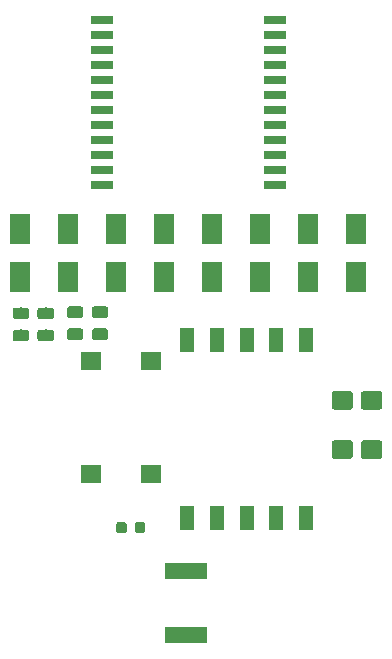
<source format=gbr>
G04 #@! TF.GenerationSoftware,KiCad,Pcbnew,(5.1.4-0-10_14)*
G04 #@! TF.CreationDate,2019-09-18T11:49:10-05:00*
G04 #@! TF.ProjectId,poePoweredDevice-PD,706f6550-6f77-4657-9265-644465766963,rev?*
G04 #@! TF.SameCoordinates,Original*
G04 #@! TF.FileFunction,Paste,Top*
G04 #@! TF.FilePolarity,Positive*
%FSLAX46Y46*%
G04 Gerber Fmt 4.6, Leading zero omitted, Abs format (unit mm)*
G04 Created by KiCad (PCBNEW (5.1.4-0-10_14)) date 2019-09-18 11:49:10*
%MOMM*%
%LPD*%
G04 APERTURE LIST*
%ADD10R,1.780000X1.520000*%
%ADD11R,1.270000X2.030000*%
%ADD12R,3.560000X1.400000*%
%ADD13C,0.100000*%
%ADD14C,1.575000*%
%ADD15C,0.975000*%
%ADD16R,1.800000X2.500000*%
%ADD17C,0.875000*%
%ADD18R,1.905000X0.760000*%
G04 APERTURE END LIST*
D10*
X171094400Y-125577600D03*
X166014400Y-125577600D03*
X166014400Y-116017600D03*
X171094400Y-116017600D03*
D11*
X174200000Y-114300000D03*
X176700000Y-114300000D03*
X179200000Y-114300000D03*
X181700000Y-114300000D03*
X184200000Y-114300000D03*
X174200000Y-129300000D03*
X176700000Y-129300000D03*
X179200000Y-129300000D03*
X181700000Y-129300000D03*
X184200000Y-129300000D03*
D12*
X174100000Y-139248000D03*
X174100000Y-133788000D03*
D13*
G36*
X187974105Y-122764004D02*
G01*
X187998373Y-122767604D01*
X188022172Y-122773565D01*
X188045271Y-122781830D01*
X188067450Y-122792320D01*
X188088493Y-122804932D01*
X188108199Y-122819547D01*
X188126377Y-122836023D01*
X188142853Y-122854201D01*
X188157468Y-122873907D01*
X188170080Y-122894950D01*
X188180570Y-122917129D01*
X188188835Y-122940228D01*
X188194796Y-122964027D01*
X188198396Y-122988295D01*
X188199600Y-123012799D01*
X188199600Y-124087801D01*
X188198396Y-124112305D01*
X188194796Y-124136573D01*
X188188835Y-124160372D01*
X188180570Y-124183471D01*
X188170080Y-124205650D01*
X188157468Y-124226693D01*
X188142853Y-124246399D01*
X188126377Y-124264577D01*
X188108199Y-124281053D01*
X188088493Y-124295668D01*
X188067450Y-124308280D01*
X188045271Y-124318770D01*
X188022172Y-124327035D01*
X187998373Y-124332996D01*
X187974105Y-124336596D01*
X187949601Y-124337800D01*
X186649599Y-124337800D01*
X186625095Y-124336596D01*
X186600827Y-124332996D01*
X186577028Y-124327035D01*
X186553929Y-124318770D01*
X186531750Y-124308280D01*
X186510707Y-124295668D01*
X186491001Y-124281053D01*
X186472823Y-124264577D01*
X186456347Y-124246399D01*
X186441732Y-124226693D01*
X186429120Y-124205650D01*
X186418630Y-124183471D01*
X186410365Y-124160372D01*
X186404404Y-124136573D01*
X186400804Y-124112305D01*
X186399600Y-124087801D01*
X186399600Y-123012799D01*
X186400804Y-122988295D01*
X186404404Y-122964027D01*
X186410365Y-122940228D01*
X186418630Y-122917129D01*
X186429120Y-122894950D01*
X186441732Y-122873907D01*
X186456347Y-122854201D01*
X186472823Y-122836023D01*
X186491001Y-122819547D01*
X186510707Y-122804932D01*
X186531750Y-122792320D01*
X186553929Y-122781830D01*
X186577028Y-122773565D01*
X186600827Y-122767604D01*
X186625095Y-122764004D01*
X186649599Y-122762800D01*
X187949601Y-122762800D01*
X187974105Y-122764004D01*
X187974105Y-122764004D01*
G37*
D14*
X187299600Y-123550300D03*
D13*
G36*
X187974105Y-118589004D02*
G01*
X187998373Y-118592604D01*
X188022172Y-118598565D01*
X188045271Y-118606830D01*
X188067450Y-118617320D01*
X188088493Y-118629932D01*
X188108199Y-118644547D01*
X188126377Y-118661023D01*
X188142853Y-118679201D01*
X188157468Y-118698907D01*
X188170080Y-118719950D01*
X188180570Y-118742129D01*
X188188835Y-118765228D01*
X188194796Y-118789027D01*
X188198396Y-118813295D01*
X188199600Y-118837799D01*
X188199600Y-119912801D01*
X188198396Y-119937305D01*
X188194796Y-119961573D01*
X188188835Y-119985372D01*
X188180570Y-120008471D01*
X188170080Y-120030650D01*
X188157468Y-120051693D01*
X188142853Y-120071399D01*
X188126377Y-120089577D01*
X188108199Y-120106053D01*
X188088493Y-120120668D01*
X188067450Y-120133280D01*
X188045271Y-120143770D01*
X188022172Y-120152035D01*
X187998373Y-120157996D01*
X187974105Y-120161596D01*
X187949601Y-120162800D01*
X186649599Y-120162800D01*
X186625095Y-120161596D01*
X186600827Y-120157996D01*
X186577028Y-120152035D01*
X186553929Y-120143770D01*
X186531750Y-120133280D01*
X186510707Y-120120668D01*
X186491001Y-120106053D01*
X186472823Y-120089577D01*
X186456347Y-120071399D01*
X186441732Y-120051693D01*
X186429120Y-120030650D01*
X186418630Y-120008471D01*
X186410365Y-119985372D01*
X186404404Y-119961573D01*
X186400804Y-119937305D01*
X186399600Y-119912801D01*
X186399600Y-118837799D01*
X186400804Y-118813295D01*
X186404404Y-118789027D01*
X186410365Y-118765228D01*
X186418630Y-118742129D01*
X186429120Y-118719950D01*
X186441732Y-118698907D01*
X186456347Y-118679201D01*
X186472823Y-118661023D01*
X186491001Y-118644547D01*
X186510707Y-118629932D01*
X186531750Y-118617320D01*
X186553929Y-118606830D01*
X186577028Y-118598565D01*
X186600827Y-118592604D01*
X186625095Y-118589004D01*
X186649599Y-118587800D01*
X187949601Y-118587800D01*
X187974105Y-118589004D01*
X187974105Y-118589004D01*
G37*
D14*
X187299600Y-119375300D03*
D13*
G36*
X190463305Y-118589004D02*
G01*
X190487573Y-118592604D01*
X190511372Y-118598565D01*
X190534471Y-118606830D01*
X190556650Y-118617320D01*
X190577693Y-118629932D01*
X190597399Y-118644547D01*
X190615577Y-118661023D01*
X190632053Y-118679201D01*
X190646668Y-118698907D01*
X190659280Y-118719950D01*
X190669770Y-118742129D01*
X190678035Y-118765228D01*
X190683996Y-118789027D01*
X190687596Y-118813295D01*
X190688800Y-118837799D01*
X190688800Y-119912801D01*
X190687596Y-119937305D01*
X190683996Y-119961573D01*
X190678035Y-119985372D01*
X190669770Y-120008471D01*
X190659280Y-120030650D01*
X190646668Y-120051693D01*
X190632053Y-120071399D01*
X190615577Y-120089577D01*
X190597399Y-120106053D01*
X190577693Y-120120668D01*
X190556650Y-120133280D01*
X190534471Y-120143770D01*
X190511372Y-120152035D01*
X190487573Y-120157996D01*
X190463305Y-120161596D01*
X190438801Y-120162800D01*
X189138799Y-120162800D01*
X189114295Y-120161596D01*
X189090027Y-120157996D01*
X189066228Y-120152035D01*
X189043129Y-120143770D01*
X189020950Y-120133280D01*
X188999907Y-120120668D01*
X188980201Y-120106053D01*
X188962023Y-120089577D01*
X188945547Y-120071399D01*
X188930932Y-120051693D01*
X188918320Y-120030650D01*
X188907830Y-120008471D01*
X188899565Y-119985372D01*
X188893604Y-119961573D01*
X188890004Y-119937305D01*
X188888800Y-119912801D01*
X188888800Y-118837799D01*
X188890004Y-118813295D01*
X188893604Y-118789027D01*
X188899565Y-118765228D01*
X188907830Y-118742129D01*
X188918320Y-118719950D01*
X188930932Y-118698907D01*
X188945547Y-118679201D01*
X188962023Y-118661023D01*
X188980201Y-118644547D01*
X188999907Y-118629932D01*
X189020950Y-118617320D01*
X189043129Y-118606830D01*
X189066228Y-118598565D01*
X189090027Y-118592604D01*
X189114295Y-118589004D01*
X189138799Y-118587800D01*
X190438801Y-118587800D01*
X190463305Y-118589004D01*
X190463305Y-118589004D01*
G37*
D14*
X189788800Y-119375300D03*
D13*
G36*
X190463305Y-122764004D02*
G01*
X190487573Y-122767604D01*
X190511372Y-122773565D01*
X190534471Y-122781830D01*
X190556650Y-122792320D01*
X190577693Y-122804932D01*
X190597399Y-122819547D01*
X190615577Y-122836023D01*
X190632053Y-122854201D01*
X190646668Y-122873907D01*
X190659280Y-122894950D01*
X190669770Y-122917129D01*
X190678035Y-122940228D01*
X190683996Y-122964027D01*
X190687596Y-122988295D01*
X190688800Y-123012799D01*
X190688800Y-124087801D01*
X190687596Y-124112305D01*
X190683996Y-124136573D01*
X190678035Y-124160372D01*
X190669770Y-124183471D01*
X190659280Y-124205650D01*
X190646668Y-124226693D01*
X190632053Y-124246399D01*
X190615577Y-124264577D01*
X190597399Y-124281053D01*
X190577693Y-124295668D01*
X190556650Y-124308280D01*
X190534471Y-124318770D01*
X190511372Y-124327035D01*
X190487573Y-124332996D01*
X190463305Y-124336596D01*
X190438801Y-124337800D01*
X189138799Y-124337800D01*
X189114295Y-124336596D01*
X189090027Y-124332996D01*
X189066228Y-124327035D01*
X189043129Y-124318770D01*
X189020950Y-124308280D01*
X188999907Y-124295668D01*
X188980201Y-124281053D01*
X188962023Y-124264577D01*
X188945547Y-124246399D01*
X188930932Y-124226693D01*
X188918320Y-124205650D01*
X188907830Y-124183471D01*
X188899565Y-124160372D01*
X188893604Y-124136573D01*
X188890004Y-124112305D01*
X188888800Y-124087801D01*
X188888800Y-123012799D01*
X188890004Y-122988295D01*
X188893604Y-122964027D01*
X188899565Y-122940228D01*
X188907830Y-122917129D01*
X188918320Y-122894950D01*
X188930932Y-122873907D01*
X188945547Y-122854201D01*
X188962023Y-122836023D01*
X188980201Y-122819547D01*
X188999907Y-122804932D01*
X189020950Y-122792320D01*
X189043129Y-122781830D01*
X189066228Y-122773565D01*
X189090027Y-122767604D01*
X189114295Y-122764004D01*
X189138799Y-122762800D01*
X190438801Y-122762800D01*
X190463305Y-122764004D01*
X190463305Y-122764004D01*
G37*
D14*
X189788800Y-123550300D03*
D13*
G36*
X160570142Y-113394174D02*
G01*
X160593803Y-113397684D01*
X160617007Y-113403496D01*
X160639529Y-113411554D01*
X160661153Y-113421782D01*
X160681670Y-113434079D01*
X160700883Y-113448329D01*
X160718607Y-113464393D01*
X160734671Y-113482117D01*
X160748921Y-113501330D01*
X160761218Y-113521847D01*
X160771446Y-113543471D01*
X160779504Y-113565993D01*
X160785316Y-113589197D01*
X160788826Y-113612858D01*
X160790000Y-113636750D01*
X160790000Y-114124250D01*
X160788826Y-114148142D01*
X160785316Y-114171803D01*
X160779504Y-114195007D01*
X160771446Y-114217529D01*
X160761218Y-114239153D01*
X160748921Y-114259670D01*
X160734671Y-114278883D01*
X160718607Y-114296607D01*
X160700883Y-114312671D01*
X160681670Y-114326921D01*
X160661153Y-114339218D01*
X160639529Y-114349446D01*
X160617007Y-114357504D01*
X160593803Y-114363316D01*
X160570142Y-114366826D01*
X160546250Y-114368000D01*
X159633750Y-114368000D01*
X159609858Y-114366826D01*
X159586197Y-114363316D01*
X159562993Y-114357504D01*
X159540471Y-114349446D01*
X159518847Y-114339218D01*
X159498330Y-114326921D01*
X159479117Y-114312671D01*
X159461393Y-114296607D01*
X159445329Y-114278883D01*
X159431079Y-114259670D01*
X159418782Y-114239153D01*
X159408554Y-114217529D01*
X159400496Y-114195007D01*
X159394684Y-114171803D01*
X159391174Y-114148142D01*
X159390000Y-114124250D01*
X159390000Y-113636750D01*
X159391174Y-113612858D01*
X159394684Y-113589197D01*
X159400496Y-113565993D01*
X159408554Y-113543471D01*
X159418782Y-113521847D01*
X159431079Y-113501330D01*
X159445329Y-113482117D01*
X159461393Y-113464393D01*
X159479117Y-113448329D01*
X159498330Y-113434079D01*
X159518847Y-113421782D01*
X159540471Y-113411554D01*
X159562993Y-113403496D01*
X159586197Y-113397684D01*
X159609858Y-113394174D01*
X159633750Y-113393000D01*
X160546250Y-113393000D01*
X160570142Y-113394174D01*
X160570142Y-113394174D01*
G37*
D15*
X160090000Y-113880500D03*
D13*
G36*
X160570142Y-111519174D02*
G01*
X160593803Y-111522684D01*
X160617007Y-111528496D01*
X160639529Y-111536554D01*
X160661153Y-111546782D01*
X160681670Y-111559079D01*
X160700883Y-111573329D01*
X160718607Y-111589393D01*
X160734671Y-111607117D01*
X160748921Y-111626330D01*
X160761218Y-111646847D01*
X160771446Y-111668471D01*
X160779504Y-111690993D01*
X160785316Y-111714197D01*
X160788826Y-111737858D01*
X160790000Y-111761750D01*
X160790000Y-112249250D01*
X160788826Y-112273142D01*
X160785316Y-112296803D01*
X160779504Y-112320007D01*
X160771446Y-112342529D01*
X160761218Y-112364153D01*
X160748921Y-112384670D01*
X160734671Y-112403883D01*
X160718607Y-112421607D01*
X160700883Y-112437671D01*
X160681670Y-112451921D01*
X160661153Y-112464218D01*
X160639529Y-112474446D01*
X160617007Y-112482504D01*
X160593803Y-112488316D01*
X160570142Y-112491826D01*
X160546250Y-112493000D01*
X159633750Y-112493000D01*
X159609858Y-112491826D01*
X159586197Y-112488316D01*
X159562993Y-112482504D01*
X159540471Y-112474446D01*
X159518847Y-112464218D01*
X159498330Y-112451921D01*
X159479117Y-112437671D01*
X159461393Y-112421607D01*
X159445329Y-112403883D01*
X159431079Y-112384670D01*
X159418782Y-112364153D01*
X159408554Y-112342529D01*
X159400496Y-112320007D01*
X159394684Y-112296803D01*
X159391174Y-112273142D01*
X159390000Y-112249250D01*
X159390000Y-111761750D01*
X159391174Y-111737858D01*
X159394684Y-111714197D01*
X159400496Y-111690993D01*
X159408554Y-111668471D01*
X159418782Y-111646847D01*
X159431079Y-111626330D01*
X159445329Y-111607117D01*
X159461393Y-111589393D01*
X159479117Y-111573329D01*
X159498330Y-111559079D01*
X159518847Y-111546782D01*
X159540471Y-111536554D01*
X159562993Y-111528496D01*
X159586197Y-111522684D01*
X159609858Y-111519174D01*
X159633750Y-111518000D01*
X160546250Y-111518000D01*
X160570142Y-111519174D01*
X160570142Y-111519174D01*
G37*
D15*
X160090000Y-112005500D03*
D13*
G36*
X162670142Y-113394174D02*
G01*
X162693803Y-113397684D01*
X162717007Y-113403496D01*
X162739529Y-113411554D01*
X162761153Y-113421782D01*
X162781670Y-113434079D01*
X162800883Y-113448329D01*
X162818607Y-113464393D01*
X162834671Y-113482117D01*
X162848921Y-113501330D01*
X162861218Y-113521847D01*
X162871446Y-113543471D01*
X162879504Y-113565993D01*
X162885316Y-113589197D01*
X162888826Y-113612858D01*
X162890000Y-113636750D01*
X162890000Y-114124250D01*
X162888826Y-114148142D01*
X162885316Y-114171803D01*
X162879504Y-114195007D01*
X162871446Y-114217529D01*
X162861218Y-114239153D01*
X162848921Y-114259670D01*
X162834671Y-114278883D01*
X162818607Y-114296607D01*
X162800883Y-114312671D01*
X162781670Y-114326921D01*
X162761153Y-114339218D01*
X162739529Y-114349446D01*
X162717007Y-114357504D01*
X162693803Y-114363316D01*
X162670142Y-114366826D01*
X162646250Y-114368000D01*
X161733750Y-114368000D01*
X161709858Y-114366826D01*
X161686197Y-114363316D01*
X161662993Y-114357504D01*
X161640471Y-114349446D01*
X161618847Y-114339218D01*
X161598330Y-114326921D01*
X161579117Y-114312671D01*
X161561393Y-114296607D01*
X161545329Y-114278883D01*
X161531079Y-114259670D01*
X161518782Y-114239153D01*
X161508554Y-114217529D01*
X161500496Y-114195007D01*
X161494684Y-114171803D01*
X161491174Y-114148142D01*
X161490000Y-114124250D01*
X161490000Y-113636750D01*
X161491174Y-113612858D01*
X161494684Y-113589197D01*
X161500496Y-113565993D01*
X161508554Y-113543471D01*
X161518782Y-113521847D01*
X161531079Y-113501330D01*
X161545329Y-113482117D01*
X161561393Y-113464393D01*
X161579117Y-113448329D01*
X161598330Y-113434079D01*
X161618847Y-113421782D01*
X161640471Y-113411554D01*
X161662993Y-113403496D01*
X161686197Y-113397684D01*
X161709858Y-113394174D01*
X161733750Y-113393000D01*
X162646250Y-113393000D01*
X162670142Y-113394174D01*
X162670142Y-113394174D01*
G37*
D15*
X162190000Y-113880500D03*
D13*
G36*
X162670142Y-111519174D02*
G01*
X162693803Y-111522684D01*
X162717007Y-111528496D01*
X162739529Y-111536554D01*
X162761153Y-111546782D01*
X162781670Y-111559079D01*
X162800883Y-111573329D01*
X162818607Y-111589393D01*
X162834671Y-111607117D01*
X162848921Y-111626330D01*
X162861218Y-111646847D01*
X162871446Y-111668471D01*
X162879504Y-111690993D01*
X162885316Y-111714197D01*
X162888826Y-111737858D01*
X162890000Y-111761750D01*
X162890000Y-112249250D01*
X162888826Y-112273142D01*
X162885316Y-112296803D01*
X162879504Y-112320007D01*
X162871446Y-112342529D01*
X162861218Y-112364153D01*
X162848921Y-112384670D01*
X162834671Y-112403883D01*
X162818607Y-112421607D01*
X162800883Y-112437671D01*
X162781670Y-112451921D01*
X162761153Y-112464218D01*
X162739529Y-112474446D01*
X162717007Y-112482504D01*
X162693803Y-112488316D01*
X162670142Y-112491826D01*
X162646250Y-112493000D01*
X161733750Y-112493000D01*
X161709858Y-112491826D01*
X161686197Y-112488316D01*
X161662993Y-112482504D01*
X161640471Y-112474446D01*
X161618847Y-112464218D01*
X161598330Y-112451921D01*
X161579117Y-112437671D01*
X161561393Y-112421607D01*
X161545329Y-112403883D01*
X161531079Y-112384670D01*
X161518782Y-112364153D01*
X161508554Y-112342529D01*
X161500496Y-112320007D01*
X161494684Y-112296803D01*
X161491174Y-112273142D01*
X161490000Y-112249250D01*
X161490000Y-111761750D01*
X161491174Y-111737858D01*
X161494684Y-111714197D01*
X161500496Y-111690993D01*
X161508554Y-111668471D01*
X161518782Y-111646847D01*
X161531079Y-111626330D01*
X161545329Y-111607117D01*
X161561393Y-111589393D01*
X161579117Y-111573329D01*
X161598330Y-111559079D01*
X161618847Y-111546782D01*
X161640471Y-111536554D01*
X161662993Y-111528496D01*
X161686197Y-111522684D01*
X161709858Y-111519174D01*
X161733750Y-111518000D01*
X162646250Y-111518000D01*
X162670142Y-111519174D01*
X162670142Y-111519174D01*
G37*
D15*
X162190000Y-112005500D03*
D16*
X160020000Y-104896000D03*
X160020000Y-108896000D03*
X172200000Y-108900000D03*
X172200000Y-104900000D03*
X176276000Y-104896000D03*
X176276000Y-108896000D03*
X188468000Y-108896000D03*
X188468000Y-104896000D03*
X164084000Y-108896000D03*
X164084000Y-104896000D03*
X168148000Y-104896000D03*
X168148000Y-108896000D03*
X180340000Y-104896000D03*
X180340000Y-108896000D03*
X184404000Y-108896000D03*
X184404000Y-104896000D03*
D13*
G36*
X170427691Y-129674053D02*
G01*
X170448926Y-129677203D01*
X170469750Y-129682419D01*
X170489962Y-129689651D01*
X170509368Y-129698830D01*
X170527781Y-129709866D01*
X170545024Y-129722654D01*
X170560930Y-129737070D01*
X170575346Y-129752976D01*
X170588134Y-129770219D01*
X170599170Y-129788632D01*
X170608349Y-129808038D01*
X170615581Y-129828250D01*
X170620797Y-129849074D01*
X170623947Y-129870309D01*
X170625000Y-129891750D01*
X170625000Y-130404250D01*
X170623947Y-130425691D01*
X170620797Y-130446926D01*
X170615581Y-130467750D01*
X170608349Y-130487962D01*
X170599170Y-130507368D01*
X170588134Y-130525781D01*
X170575346Y-130543024D01*
X170560930Y-130558930D01*
X170545024Y-130573346D01*
X170527781Y-130586134D01*
X170509368Y-130597170D01*
X170489962Y-130606349D01*
X170469750Y-130613581D01*
X170448926Y-130618797D01*
X170427691Y-130621947D01*
X170406250Y-130623000D01*
X169968750Y-130623000D01*
X169947309Y-130621947D01*
X169926074Y-130618797D01*
X169905250Y-130613581D01*
X169885038Y-130606349D01*
X169865632Y-130597170D01*
X169847219Y-130586134D01*
X169829976Y-130573346D01*
X169814070Y-130558930D01*
X169799654Y-130543024D01*
X169786866Y-130525781D01*
X169775830Y-130507368D01*
X169766651Y-130487962D01*
X169759419Y-130467750D01*
X169754203Y-130446926D01*
X169751053Y-130425691D01*
X169750000Y-130404250D01*
X169750000Y-129891750D01*
X169751053Y-129870309D01*
X169754203Y-129849074D01*
X169759419Y-129828250D01*
X169766651Y-129808038D01*
X169775830Y-129788632D01*
X169786866Y-129770219D01*
X169799654Y-129752976D01*
X169814070Y-129737070D01*
X169829976Y-129722654D01*
X169847219Y-129709866D01*
X169865632Y-129698830D01*
X169885038Y-129689651D01*
X169905250Y-129682419D01*
X169926074Y-129677203D01*
X169947309Y-129674053D01*
X169968750Y-129673000D01*
X170406250Y-129673000D01*
X170427691Y-129674053D01*
X170427691Y-129674053D01*
G37*
D17*
X170187500Y-130148000D03*
D13*
G36*
X168852691Y-129674053D02*
G01*
X168873926Y-129677203D01*
X168894750Y-129682419D01*
X168914962Y-129689651D01*
X168934368Y-129698830D01*
X168952781Y-129709866D01*
X168970024Y-129722654D01*
X168985930Y-129737070D01*
X169000346Y-129752976D01*
X169013134Y-129770219D01*
X169024170Y-129788632D01*
X169033349Y-129808038D01*
X169040581Y-129828250D01*
X169045797Y-129849074D01*
X169048947Y-129870309D01*
X169050000Y-129891750D01*
X169050000Y-130404250D01*
X169048947Y-130425691D01*
X169045797Y-130446926D01*
X169040581Y-130467750D01*
X169033349Y-130487962D01*
X169024170Y-130507368D01*
X169013134Y-130525781D01*
X169000346Y-130543024D01*
X168985930Y-130558930D01*
X168970024Y-130573346D01*
X168952781Y-130586134D01*
X168934368Y-130597170D01*
X168914962Y-130606349D01*
X168894750Y-130613581D01*
X168873926Y-130618797D01*
X168852691Y-130621947D01*
X168831250Y-130623000D01*
X168393750Y-130623000D01*
X168372309Y-130621947D01*
X168351074Y-130618797D01*
X168330250Y-130613581D01*
X168310038Y-130606349D01*
X168290632Y-130597170D01*
X168272219Y-130586134D01*
X168254976Y-130573346D01*
X168239070Y-130558930D01*
X168224654Y-130543024D01*
X168211866Y-130525781D01*
X168200830Y-130507368D01*
X168191651Y-130487962D01*
X168184419Y-130467750D01*
X168179203Y-130446926D01*
X168176053Y-130425691D01*
X168175000Y-130404250D01*
X168175000Y-129891750D01*
X168176053Y-129870309D01*
X168179203Y-129849074D01*
X168184419Y-129828250D01*
X168191651Y-129808038D01*
X168200830Y-129788632D01*
X168211866Y-129770219D01*
X168224654Y-129752976D01*
X168239070Y-129737070D01*
X168254976Y-129722654D01*
X168272219Y-129709866D01*
X168290632Y-129698830D01*
X168310038Y-129689651D01*
X168330250Y-129682419D01*
X168351074Y-129677203D01*
X168372309Y-129674053D01*
X168393750Y-129673000D01*
X168831250Y-129673000D01*
X168852691Y-129674053D01*
X168852691Y-129674053D01*
G37*
D17*
X168612500Y-130148000D03*
D13*
G36*
X165170142Y-113294174D02*
G01*
X165193803Y-113297684D01*
X165217007Y-113303496D01*
X165239529Y-113311554D01*
X165261153Y-113321782D01*
X165281670Y-113334079D01*
X165300883Y-113348329D01*
X165318607Y-113364393D01*
X165334671Y-113382117D01*
X165348921Y-113401330D01*
X165361218Y-113421847D01*
X165371446Y-113443471D01*
X165379504Y-113465993D01*
X165385316Y-113489197D01*
X165388826Y-113512858D01*
X165390000Y-113536750D01*
X165390000Y-114024250D01*
X165388826Y-114048142D01*
X165385316Y-114071803D01*
X165379504Y-114095007D01*
X165371446Y-114117529D01*
X165361218Y-114139153D01*
X165348921Y-114159670D01*
X165334671Y-114178883D01*
X165318607Y-114196607D01*
X165300883Y-114212671D01*
X165281670Y-114226921D01*
X165261153Y-114239218D01*
X165239529Y-114249446D01*
X165217007Y-114257504D01*
X165193803Y-114263316D01*
X165170142Y-114266826D01*
X165146250Y-114268000D01*
X164233750Y-114268000D01*
X164209858Y-114266826D01*
X164186197Y-114263316D01*
X164162993Y-114257504D01*
X164140471Y-114249446D01*
X164118847Y-114239218D01*
X164098330Y-114226921D01*
X164079117Y-114212671D01*
X164061393Y-114196607D01*
X164045329Y-114178883D01*
X164031079Y-114159670D01*
X164018782Y-114139153D01*
X164008554Y-114117529D01*
X164000496Y-114095007D01*
X163994684Y-114071803D01*
X163991174Y-114048142D01*
X163990000Y-114024250D01*
X163990000Y-113536750D01*
X163991174Y-113512858D01*
X163994684Y-113489197D01*
X164000496Y-113465993D01*
X164008554Y-113443471D01*
X164018782Y-113421847D01*
X164031079Y-113401330D01*
X164045329Y-113382117D01*
X164061393Y-113364393D01*
X164079117Y-113348329D01*
X164098330Y-113334079D01*
X164118847Y-113321782D01*
X164140471Y-113311554D01*
X164162993Y-113303496D01*
X164186197Y-113297684D01*
X164209858Y-113294174D01*
X164233750Y-113293000D01*
X165146250Y-113293000D01*
X165170142Y-113294174D01*
X165170142Y-113294174D01*
G37*
D15*
X164690000Y-113780500D03*
D13*
G36*
X165170142Y-111419174D02*
G01*
X165193803Y-111422684D01*
X165217007Y-111428496D01*
X165239529Y-111436554D01*
X165261153Y-111446782D01*
X165281670Y-111459079D01*
X165300883Y-111473329D01*
X165318607Y-111489393D01*
X165334671Y-111507117D01*
X165348921Y-111526330D01*
X165361218Y-111546847D01*
X165371446Y-111568471D01*
X165379504Y-111590993D01*
X165385316Y-111614197D01*
X165388826Y-111637858D01*
X165390000Y-111661750D01*
X165390000Y-112149250D01*
X165388826Y-112173142D01*
X165385316Y-112196803D01*
X165379504Y-112220007D01*
X165371446Y-112242529D01*
X165361218Y-112264153D01*
X165348921Y-112284670D01*
X165334671Y-112303883D01*
X165318607Y-112321607D01*
X165300883Y-112337671D01*
X165281670Y-112351921D01*
X165261153Y-112364218D01*
X165239529Y-112374446D01*
X165217007Y-112382504D01*
X165193803Y-112388316D01*
X165170142Y-112391826D01*
X165146250Y-112393000D01*
X164233750Y-112393000D01*
X164209858Y-112391826D01*
X164186197Y-112388316D01*
X164162993Y-112382504D01*
X164140471Y-112374446D01*
X164118847Y-112364218D01*
X164098330Y-112351921D01*
X164079117Y-112337671D01*
X164061393Y-112321607D01*
X164045329Y-112303883D01*
X164031079Y-112284670D01*
X164018782Y-112264153D01*
X164008554Y-112242529D01*
X164000496Y-112220007D01*
X163994684Y-112196803D01*
X163991174Y-112173142D01*
X163990000Y-112149250D01*
X163990000Y-111661750D01*
X163991174Y-111637858D01*
X163994684Y-111614197D01*
X164000496Y-111590993D01*
X164008554Y-111568471D01*
X164018782Y-111546847D01*
X164031079Y-111526330D01*
X164045329Y-111507117D01*
X164061393Y-111489393D01*
X164079117Y-111473329D01*
X164098330Y-111459079D01*
X164118847Y-111446782D01*
X164140471Y-111436554D01*
X164162993Y-111428496D01*
X164186197Y-111422684D01*
X164209858Y-111419174D01*
X164233750Y-111418000D01*
X165146250Y-111418000D01*
X165170142Y-111419174D01*
X165170142Y-111419174D01*
G37*
D15*
X164690000Y-111905500D03*
D13*
G36*
X167270142Y-113294174D02*
G01*
X167293803Y-113297684D01*
X167317007Y-113303496D01*
X167339529Y-113311554D01*
X167361153Y-113321782D01*
X167381670Y-113334079D01*
X167400883Y-113348329D01*
X167418607Y-113364393D01*
X167434671Y-113382117D01*
X167448921Y-113401330D01*
X167461218Y-113421847D01*
X167471446Y-113443471D01*
X167479504Y-113465993D01*
X167485316Y-113489197D01*
X167488826Y-113512858D01*
X167490000Y-113536750D01*
X167490000Y-114024250D01*
X167488826Y-114048142D01*
X167485316Y-114071803D01*
X167479504Y-114095007D01*
X167471446Y-114117529D01*
X167461218Y-114139153D01*
X167448921Y-114159670D01*
X167434671Y-114178883D01*
X167418607Y-114196607D01*
X167400883Y-114212671D01*
X167381670Y-114226921D01*
X167361153Y-114239218D01*
X167339529Y-114249446D01*
X167317007Y-114257504D01*
X167293803Y-114263316D01*
X167270142Y-114266826D01*
X167246250Y-114268000D01*
X166333750Y-114268000D01*
X166309858Y-114266826D01*
X166286197Y-114263316D01*
X166262993Y-114257504D01*
X166240471Y-114249446D01*
X166218847Y-114239218D01*
X166198330Y-114226921D01*
X166179117Y-114212671D01*
X166161393Y-114196607D01*
X166145329Y-114178883D01*
X166131079Y-114159670D01*
X166118782Y-114139153D01*
X166108554Y-114117529D01*
X166100496Y-114095007D01*
X166094684Y-114071803D01*
X166091174Y-114048142D01*
X166090000Y-114024250D01*
X166090000Y-113536750D01*
X166091174Y-113512858D01*
X166094684Y-113489197D01*
X166100496Y-113465993D01*
X166108554Y-113443471D01*
X166118782Y-113421847D01*
X166131079Y-113401330D01*
X166145329Y-113382117D01*
X166161393Y-113364393D01*
X166179117Y-113348329D01*
X166198330Y-113334079D01*
X166218847Y-113321782D01*
X166240471Y-113311554D01*
X166262993Y-113303496D01*
X166286197Y-113297684D01*
X166309858Y-113294174D01*
X166333750Y-113293000D01*
X167246250Y-113293000D01*
X167270142Y-113294174D01*
X167270142Y-113294174D01*
G37*
D15*
X166790000Y-113780500D03*
D13*
G36*
X167270142Y-111419174D02*
G01*
X167293803Y-111422684D01*
X167317007Y-111428496D01*
X167339529Y-111436554D01*
X167361153Y-111446782D01*
X167381670Y-111459079D01*
X167400883Y-111473329D01*
X167418607Y-111489393D01*
X167434671Y-111507117D01*
X167448921Y-111526330D01*
X167461218Y-111546847D01*
X167471446Y-111568471D01*
X167479504Y-111590993D01*
X167485316Y-111614197D01*
X167488826Y-111637858D01*
X167490000Y-111661750D01*
X167490000Y-112149250D01*
X167488826Y-112173142D01*
X167485316Y-112196803D01*
X167479504Y-112220007D01*
X167471446Y-112242529D01*
X167461218Y-112264153D01*
X167448921Y-112284670D01*
X167434671Y-112303883D01*
X167418607Y-112321607D01*
X167400883Y-112337671D01*
X167381670Y-112351921D01*
X167361153Y-112364218D01*
X167339529Y-112374446D01*
X167317007Y-112382504D01*
X167293803Y-112388316D01*
X167270142Y-112391826D01*
X167246250Y-112393000D01*
X166333750Y-112393000D01*
X166309858Y-112391826D01*
X166286197Y-112388316D01*
X166262993Y-112382504D01*
X166240471Y-112374446D01*
X166218847Y-112364218D01*
X166198330Y-112351921D01*
X166179117Y-112337671D01*
X166161393Y-112321607D01*
X166145329Y-112303883D01*
X166131079Y-112284670D01*
X166118782Y-112264153D01*
X166108554Y-112242529D01*
X166100496Y-112220007D01*
X166094684Y-112196803D01*
X166091174Y-112173142D01*
X166090000Y-112149250D01*
X166090000Y-111661750D01*
X166091174Y-111637858D01*
X166094684Y-111614197D01*
X166100496Y-111590993D01*
X166108554Y-111568471D01*
X166118782Y-111546847D01*
X166131079Y-111526330D01*
X166145329Y-111507117D01*
X166161393Y-111489393D01*
X166179117Y-111473329D01*
X166198330Y-111459079D01*
X166218847Y-111446782D01*
X166240471Y-111436554D01*
X166262993Y-111428496D01*
X166286197Y-111422684D01*
X166309858Y-111419174D01*
X166333750Y-111418000D01*
X167246250Y-111418000D01*
X167270142Y-111419174D01*
X167270142Y-111419174D01*
G37*
D15*
X166790000Y-111905500D03*
D18*
X166987500Y-87201000D03*
X166987500Y-88471000D03*
X166987500Y-89741000D03*
X166987500Y-91011000D03*
X166987500Y-92281000D03*
X166987500Y-93551000D03*
X166987500Y-94821000D03*
X166987500Y-96091000D03*
X166987500Y-97361000D03*
X166987500Y-98631000D03*
X166987500Y-99901000D03*
X166987500Y-101171000D03*
X181592500Y-101171000D03*
X181592500Y-99901000D03*
X181592500Y-98631000D03*
X181592500Y-97361000D03*
X181592500Y-96091000D03*
X181592500Y-94821000D03*
X181592500Y-93551000D03*
X181592500Y-92281000D03*
X181592500Y-91011000D03*
X181592500Y-89741000D03*
X181592500Y-88471000D03*
X181592500Y-87201000D03*
M02*

</source>
